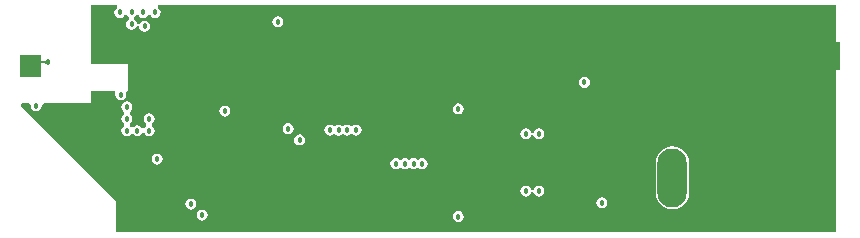
<source format=gbr>
%TF.GenerationSoftware,Altium Limited,Altium Designer,18.1.11 (251)*%
G04 Layer_Physical_Order=2*
G04 Layer_Color=16440176*
%FSLAX26Y26*%
%MOIN*%
%TF.FileFunction,Copper,L2,Inr,Signal*%
%TF.Part,Single*%
G01*
G75*
%TA.AperFunction,Conductor*%
%ADD11C,0.007874*%
%TA.AperFunction,ComponentPad*%
%ADD44O,0.177165X0.088583*%
%ADD45O,0.088583X0.177165*%
%ADD46O,0.098425X0.196850*%
%TA.AperFunction,ViaPad*%
%ADD47C,0.018000*%
G36*
X344262Y576377D02*
X343774Y576826D01*
X343238Y577228D01*
X342653Y577582D01*
X342019Y577889D01*
X341337Y578149D01*
X340606Y578362D01*
X339827Y578528D01*
X338998Y578646D01*
X338121Y578717D01*
X337196Y578740D01*
Y586614D01*
X338121Y586638D01*
X338998Y586709D01*
X339827Y586827D01*
X340606Y586992D01*
X341337Y587205D01*
X342019Y587465D01*
X342653Y587772D01*
X343238Y588126D01*
X343774Y588528D01*
X344262Y588977D01*
Y576377D01*
D02*
G37*
G36*
X326772Y531496D02*
X259842D01*
Y606299D01*
X326772D01*
Y531496D01*
D02*
G37*
G36*
X580882Y772109D02*
X581640Y770068D01*
X582213Y764108D01*
X577574Y761009D01*
X573596Y755055D01*
X572199Y748032D01*
X573596Y741008D01*
X577574Y735054D01*
X583528Y731076D01*
X590551Y729679D01*
X597574Y731076D01*
X603528Y735054D01*
X605792Y738441D01*
X606271Y738613D01*
X614201D01*
X614681Y738441D01*
X616944Y735054D01*
X620331Y732791D01*
X620503Y732312D01*
Y724381D01*
X620331Y723902D01*
X616944Y721639D01*
X612966Y715685D01*
X611569Y708661D01*
X612966Y701638D01*
X616944Y695684D01*
X622898Y691706D01*
X629921Y690309D01*
X636944Y691706D01*
X642899Y695684D01*
X646597Y701220D01*
X646877Y701638D01*
X646953Y701795D01*
X647283Y702469D01*
X655024Y702011D01*
X655365Y700296D01*
X656273Y695733D01*
X660251Y689779D01*
X666205Y685800D01*
X673228Y684403D01*
X680251Y685800D01*
X686206Y689779D01*
X690184Y695733D01*
X691581Y702756D01*
X690184Y709779D01*
X686206Y715733D01*
X680251Y719712D01*
X673228Y721109D01*
X666205Y719712D01*
X660251Y715733D01*
X656552Y710197D01*
X656273Y709779D01*
X656196Y709622D01*
X655867Y708948D01*
X648126Y709406D01*
X647785Y711121D01*
X646877Y715685D01*
X642899Y721639D01*
X639511Y723902D01*
X639340Y724381D01*
Y732312D01*
X639511Y732791D01*
X642899Y735054D01*
X645162Y738441D01*
X645641Y738613D01*
X653572D01*
X654051Y738441D01*
X656314Y735054D01*
X662268Y731076D01*
X669291Y729679D01*
X676314Y731076D01*
X682269Y735054D01*
X684532Y738441D01*
X685011Y738613D01*
X692941D01*
X693421Y738441D01*
X695684Y735054D01*
X701638Y731076D01*
X708661Y729679D01*
X715685Y731076D01*
X721639Y735054D01*
X725617Y741008D01*
X727014Y748032D01*
X725617Y755055D01*
X721639Y761009D01*
X717000Y764108D01*
X717572Y770068D01*
X718330Y772109D01*
X2976833Y772108D01*
Y649606D01*
X2992126D01*
Y555118D01*
X2976833D01*
Y15293D01*
X579270Y15294D01*
Y113189D01*
X578106Y119041D01*
X574790Y124003D01*
X261303Y437491D01*
X264364Y444882D01*
X287695D01*
X294344Y437303D01*
X295741Y430280D01*
X299720Y424326D01*
X305674Y420348D01*
X312697Y418950D01*
X319720Y420348D01*
X325674Y424326D01*
X329652Y430280D01*
X331050Y437303D01*
X337699Y444882D01*
X495394D01*
Y478953D01*
X495394Y486954D01*
X571378Y486953D01*
X573303Y484780D01*
X576503Y478953D01*
X575466Y473740D01*
X576863Y466717D01*
X580842Y460763D01*
X586796Y456784D01*
X593819Y455387D01*
X600842Y456784D01*
X606796Y460763D01*
X610774Y466717D01*
X612171Y473740D01*
X611135Y478953D01*
X614334Y484780D01*
X616260Y486953D01*
X618504D01*
Y576023D01*
X495394Y576024D01*
X495394Y584024D01*
X495394Y772109D01*
X580882D01*
D02*
G37*
%LPC*%
G36*
X1118110Y735872D02*
X1111087Y734475D01*
X1105133Y730497D01*
X1101155Y724543D01*
X1099758Y717520D01*
X1101155Y710496D01*
X1105133Y704543D01*
X1111087Y700564D01*
X1118110Y699167D01*
X1125133Y700564D01*
X1131087Y704543D01*
X1135066Y710496D01*
X1136463Y717520D01*
X1135066Y724543D01*
X1131087Y730497D01*
X1125133Y734475D01*
X1118110Y735872D01*
D02*
G37*
G36*
X2139764Y533116D02*
X2132741Y531719D01*
X2126787Y527741D01*
X2122808Y521787D01*
X2121411Y514764D01*
X2122808Y507741D01*
X2126787Y501787D01*
X2132741Y497808D01*
X2139764Y496411D01*
X2146787Y497808D01*
X2152741Y501787D01*
X2156719Y507741D01*
X2158116Y514764D01*
X2156719Y521787D01*
X2152741Y527741D01*
X2146787Y531719D01*
X2139764Y533116D01*
D02*
G37*
G36*
X1719488Y445518D02*
X1712465Y444121D01*
X1706511Y440142D01*
X1702532Y434188D01*
X1701135Y427165D01*
X1702532Y420142D01*
X1706511Y414188D01*
X1712465Y410210D01*
X1719488Y408813D01*
X1726511Y410210D01*
X1732465Y414188D01*
X1736444Y420142D01*
X1737841Y427165D01*
X1736444Y434188D01*
X1732465Y440142D01*
X1726511Y444121D01*
X1719488Y445518D01*
D02*
G37*
G36*
X940945Y437644D02*
X933922Y436247D01*
X927968Y432269D01*
X923989Y426315D01*
X922592Y419291D01*
X923989Y412268D01*
X927968Y406314D01*
X933922Y402336D01*
X940945Y400939D01*
X947968Y402336D01*
X953922Y406314D01*
X957900Y412268D01*
X959298Y419291D01*
X957900Y426315D01*
X953922Y432269D01*
X947968Y436247D01*
X940945Y437644D01*
D02*
G37*
G36*
X1378937Y374258D02*
X1371914Y372861D01*
X1365960Y368883D01*
X1362387D01*
X1356433Y372861D01*
X1349410Y374258D01*
X1342386Y372861D01*
X1336432Y368883D01*
X1332859D01*
X1326905Y372861D01*
X1319882Y374258D01*
X1312859Y372861D01*
X1306905Y368883D01*
X1303332D01*
X1297378Y372861D01*
X1290354Y374258D01*
X1283331Y372861D01*
X1277377Y368883D01*
X1273399Y362929D01*
X1272002Y355906D01*
X1273399Y348882D01*
X1277377Y342928D01*
X1283331Y338950D01*
X1290354Y337553D01*
X1297378Y338950D01*
X1303332Y342928D01*
X1306905D01*
X1312859Y338950D01*
X1319882Y337553D01*
X1326905Y338950D01*
X1332859Y342928D01*
X1336432D01*
X1342386Y338950D01*
X1349410Y337553D01*
X1356433Y338950D01*
X1362387Y342928D01*
X1365960D01*
X1371914Y338950D01*
X1378937Y337553D01*
X1385960Y338950D01*
X1391914Y342928D01*
X1395893Y348882D01*
X1397290Y355906D01*
X1395893Y362929D01*
X1391914Y368883D01*
X1385960Y372861D01*
X1378937Y374258D01*
D02*
G37*
G36*
X1987205Y361856D02*
X1980182Y360459D01*
X1974228Y356481D01*
X1970249Y350527D01*
X1969664Y347582D01*
X1969630Y347412D01*
X1961473D01*
X1961439Y347582D01*
X1960853Y350527D01*
X1956875Y356481D01*
X1950921Y360459D01*
X1943898Y361856D01*
X1936874Y360459D01*
X1930920Y356481D01*
X1926942Y350527D01*
X1925545Y343504D01*
X1926942Y336481D01*
X1930920Y330527D01*
X1936874Y326548D01*
X1943898Y325151D01*
X1950921Y326548D01*
X1956875Y330527D01*
X1960853Y336481D01*
X1961439Y339426D01*
X1961473Y339596D01*
X1969630D01*
X1969663Y339426D01*
X1970249Y336481D01*
X1974228Y330527D01*
X1980182Y326548D01*
X1987205Y325151D01*
X1994228Y326548D01*
X2000182Y330527D01*
X2004160Y336481D01*
X2005557Y343504D01*
X2004160Y350527D01*
X2000182Y356481D01*
X1994228Y360459D01*
X1987205Y361856D01*
D02*
G37*
G36*
X1152559Y379573D02*
X1145536Y378176D01*
X1139582Y374198D01*
X1135603Y368244D01*
X1134207Y361221D01*
X1135603Y354197D01*
X1139582Y348243D01*
X1145536Y344265D01*
X1152559Y342868D01*
X1159582Y344265D01*
X1165536Y348243D01*
X1169515Y354197D01*
X1170912Y361221D01*
X1169515Y368244D01*
X1165536Y374198D01*
X1159582Y378176D01*
X1152559Y379573D01*
D02*
G37*
G36*
X614173Y451423D02*
X607150Y450026D01*
X601196Y446048D01*
X597218Y440094D01*
X595821Y433071D01*
X597218Y426048D01*
X601196Y420094D01*
X604583Y417830D01*
X604755Y417351D01*
Y409421D01*
X604583Y408941D01*
X601196Y406678D01*
X597218Y400724D01*
X595821Y393701D01*
X597218Y386678D01*
X601196Y380724D01*
X604583Y378460D01*
X604755Y377981D01*
Y370051D01*
X604583Y369571D01*
X601196Y367308D01*
X597218Y361354D01*
X595821Y354331D01*
X597218Y347308D01*
X601196Y341353D01*
X607150Y337375D01*
X614173Y335978D01*
X621196Y337375D01*
X627150Y341353D01*
X636629D01*
X642583Y337375D01*
X649606Y335978D01*
X656630Y337375D01*
X662583Y341353D01*
X664847Y344741D01*
X665326Y344912D01*
X673256D01*
X673736Y344741D01*
X675999Y341353D01*
X681953Y337375D01*
X688976Y335978D01*
X696000Y337375D01*
X701954Y341353D01*
X705932Y347308D01*
X707329Y354331D01*
X705932Y361354D01*
X701954Y367308D01*
X698567Y369571D01*
X698395Y370051D01*
Y377981D01*
X698567Y378460D01*
X701954Y380724D01*
X705932Y386678D01*
X707329Y393701D01*
X705932Y400724D01*
X701954Y406678D01*
X696000Y410656D01*
X688976Y412053D01*
X681953Y410656D01*
X675999Y406678D01*
X672021Y400724D01*
X670624Y393701D01*
X672021Y386678D01*
X675999Y380724D01*
X679386Y378460D01*
X679558Y377981D01*
Y370051D01*
X679386Y369571D01*
X675999Y367308D01*
X673736Y363921D01*
X673256Y363749D01*
X665326D01*
X664847Y363921D01*
X662583Y367308D01*
X656630Y371286D01*
X649606Y372683D01*
X642583Y371286D01*
X636629Y367308D01*
X627150D01*
X623763Y369571D01*
X623592Y370051D01*
Y377981D01*
X623763Y378460D01*
X627150Y380724D01*
X631129Y386678D01*
X632526Y393701D01*
X631129Y400724D01*
X627150Y406678D01*
X623763Y408941D01*
X623592Y409421D01*
Y417351D01*
X623763Y417830D01*
X627150Y420094D01*
X631129Y426048D01*
X632526Y433071D01*
X631129Y440094D01*
X627150Y446048D01*
X621196Y450026D01*
X614173Y451423D01*
D02*
G37*
G36*
X1189961Y342171D02*
X1182937Y340774D01*
X1176983Y336796D01*
X1173005Y330842D01*
X1171608Y323819D01*
X1173005Y316796D01*
X1176983Y310842D01*
X1182937Y306863D01*
X1189961Y305466D01*
X1196984Y306863D01*
X1202938Y310842D01*
X1206916Y316796D01*
X1208313Y323819D01*
X1206916Y330842D01*
X1202938Y336796D01*
X1196984Y340774D01*
X1189961Y342171D01*
D02*
G37*
G36*
X1599409Y262841D02*
X1592386Y261444D01*
X1586432Y257465D01*
X1582859D01*
X1576905Y261444D01*
X1569882Y262841D01*
X1562859Y261444D01*
X1556905Y257465D01*
X1553331D01*
X1547377Y261444D01*
X1540354Y262841D01*
X1533331Y261444D01*
X1527377Y257465D01*
X1523804D01*
X1517850Y261444D01*
X1510827Y262841D01*
X1503803Y261444D01*
X1497849Y257465D01*
X1493871Y251511D01*
X1492474Y244488D01*
X1493871Y237465D01*
X1497849Y231511D01*
X1503803Y227533D01*
X1510827Y226136D01*
X1517850Y227533D01*
X1523804Y231511D01*
X1527377D01*
X1533331Y227533D01*
X1540354Y226136D01*
X1547377Y227533D01*
X1553331Y231511D01*
X1556905D01*
X1562859Y227533D01*
X1569882Y226136D01*
X1576905Y227533D01*
X1582859Y231511D01*
X1586432D01*
X1592386Y227533D01*
X1599409Y226136D01*
X1606433Y227533D01*
X1612387Y231511D01*
X1616365Y237465D01*
X1617762Y244488D01*
X1616365Y251511D01*
X1612387Y257465D01*
X1606433Y261444D01*
X1599409Y262841D01*
D02*
G37*
G36*
X715846Y276916D02*
X708823Y275519D01*
X702869Y271540D01*
X698891Y265586D01*
X697494Y258563D01*
X698891Y251540D01*
X702869Y245586D01*
X708823Y241607D01*
X715846Y240210D01*
X722870Y241607D01*
X728824Y245586D01*
X732802Y251540D01*
X734199Y258563D01*
X732802Y265586D01*
X728824Y271540D01*
X722870Y275519D01*
X715846Y276916D01*
D02*
G37*
G36*
X1987205Y170912D02*
X1980182Y169515D01*
X1974228Y165536D01*
X1970249Y159582D01*
X1969664Y156637D01*
X1969630Y156467D01*
X1961473D01*
X1961439Y156637D01*
X1960853Y159582D01*
X1956875Y165536D01*
X1950921Y169515D01*
X1943898Y170912D01*
X1936874Y169515D01*
X1930920Y165536D01*
X1926942Y159582D01*
X1925545Y152559D01*
X1926942Y145536D01*
X1930920Y139582D01*
X1936874Y135603D01*
X1943898Y134207D01*
X1950921Y135603D01*
X1956875Y139582D01*
X1960853Y145536D01*
X1961439Y148481D01*
X1961473Y148651D01*
X1969630D01*
X1969663Y148481D01*
X1970249Y145536D01*
X1974228Y139582D01*
X1980182Y135603D01*
X1987205Y134207D01*
X1994228Y135603D01*
X2000182Y139582D01*
X2004160Y145536D01*
X2005557Y152559D01*
X2004160Y159582D01*
X2000182Y165536D01*
X1994228Y169515D01*
X1987205Y170912D01*
D02*
G37*
G36*
X2197835Y132526D02*
X2190811Y131129D01*
X2184858Y127150D01*
X2180879Y121196D01*
X2179482Y114173D01*
X2180879Y107150D01*
X2184858Y101196D01*
X2190811Y97218D01*
X2197835Y95821D01*
X2204858Y97218D01*
X2210812Y101196D01*
X2214790Y107150D01*
X2216187Y114173D01*
X2214790Y121196D01*
X2210812Y127150D01*
X2204858Y131129D01*
X2197835Y132526D01*
D02*
G37*
G36*
X2433071Y301752D02*
X2418657Y299854D01*
X2405226Y294291D01*
X2393693Y285441D01*
X2384843Y273908D01*
X2379280Y260476D01*
X2377382Y246063D01*
Y147638D01*
X2379280Y133224D01*
X2384843Y119793D01*
X2393693Y108260D01*
X2405226Y99410D01*
X2418657Y93846D01*
X2433071Y91949D01*
X2447484Y93846D01*
X2460915Y99410D01*
X2472449Y108260D01*
X2481299Y119793D01*
X2486862Y133224D01*
X2488760Y147638D01*
Y246063D01*
X2486862Y260476D01*
X2481299Y273908D01*
X2472449Y285441D01*
X2460915Y294291D01*
X2447484Y299854D01*
X2433071Y301752D01*
D02*
G37*
G36*
X827756Y127605D02*
X820733Y126208D01*
X814779Y122229D01*
X810800Y116275D01*
X809403Y109252D01*
X810800Y102229D01*
X814779Y96275D01*
X820733Y92296D01*
X827756Y90899D01*
X834779Y92296D01*
X840733Y96275D01*
X844711Y102229D01*
X846108Y109252D01*
X844711Y116275D01*
X840733Y122229D01*
X834779Y126208D01*
X827756Y127605D01*
D02*
G37*
G36*
X866142Y90203D02*
X859119Y88806D01*
X853164Y84828D01*
X849186Y78874D01*
X847789Y71850D01*
X849186Y64827D01*
X853164Y58873D01*
X859119Y54895D01*
X866142Y53498D01*
X873165Y54895D01*
X879119Y58873D01*
X883097Y64827D01*
X884494Y71850D01*
X883097Y78874D01*
X879119Y84828D01*
X873165Y88806D01*
X866142Y90203D01*
D02*
G37*
G36*
X1719488Y86266D02*
X1712465Y84869D01*
X1706511Y80891D01*
X1702533Y74937D01*
X1701136Y67914D01*
X1702533Y60891D01*
X1706511Y54937D01*
X1712465Y50958D01*
X1719488Y49561D01*
X1726512Y50958D01*
X1732466Y54937D01*
X1736444Y60891D01*
X1737841Y67914D01*
X1736444Y74937D01*
X1732466Y80891D01*
X1726512Y84869D01*
X1719488Y86266D01*
D02*
G37*
%LPD*%
D11*
X318898Y582677D02*
X350689D01*
D44*
X2551181Y381890D02*
D03*
D45*
X2669291Y196850D02*
D03*
D46*
X2433071D02*
D03*
D47*
X1118110Y717520D02*
D03*
X2139764Y514764D02*
D03*
X1719488Y427165D02*
D03*
X2143701Y309055D02*
D03*
X2030512Y343504D02*
D03*
X1887795Y355315D02*
D03*
X1719488Y67914D02*
D03*
X1887795Y140748D02*
D03*
X1803150Y140748D02*
D03*
Y99409D02*
D03*
X1887795Y99410D02*
D03*
X2197835Y114173D02*
D03*
X2017717Y443898D02*
D03*
Y485236D02*
D03*
X2035433Y93504D02*
D03*
Y134842D02*
D03*
X1822835Y248106D02*
D03*
X1868110Y248032D02*
D03*
X1599409Y244488D02*
D03*
X1569882D02*
D03*
X1540354D02*
D03*
X1510827D02*
D03*
X1378937Y355906D02*
D03*
X1349410D02*
D03*
X1319882D02*
D03*
X1290354D02*
D03*
X1510827D02*
D03*
X1540354D02*
D03*
X1569882D02*
D03*
X1599410D02*
D03*
X1290354Y244488D02*
D03*
X1319882D02*
D03*
X1349410D02*
D03*
X1378937D02*
D03*
X1887795Y396654D02*
D03*
X1803150Y355315D02*
D03*
Y396653D02*
D03*
X2964460Y630244D02*
D03*
X2896460D02*
D03*
X2828460D02*
D03*
X2920755Y574480D02*
D03*
X2852755D02*
D03*
X2784755D02*
D03*
X841403Y597619D02*
D03*
X882537Y559014D02*
D03*
X948755Y574480D02*
D03*
X1016755D02*
D03*
X1084755D02*
D03*
X1152755D02*
D03*
X1220755D02*
D03*
X1288755D02*
D03*
X1356755D02*
D03*
X1424755D02*
D03*
X1492755D02*
D03*
X1560755D02*
D03*
X1628755D02*
D03*
X1696755D02*
D03*
X1764755D02*
D03*
X1832755D02*
D03*
X1900755D02*
D03*
X1968755D02*
D03*
X2036755D02*
D03*
X2104755D02*
D03*
X2172755D02*
D03*
X2240755D02*
D03*
X2308755D02*
D03*
X2376755D02*
D03*
X2444755D02*
D03*
X2512755D02*
D03*
X2580755D02*
D03*
X2648755D02*
D03*
X2716755D02*
D03*
X2760460Y630244D02*
D03*
X2692460D02*
D03*
X2624460D02*
D03*
X2556460D02*
D03*
X2488460D02*
D03*
X2420460D02*
D03*
X2352460D02*
D03*
X2284460D02*
D03*
X2216460D02*
D03*
X2148460D02*
D03*
X2080460D02*
D03*
X2012460D02*
D03*
X1944460D02*
D03*
X1876460D02*
D03*
X1808460D02*
D03*
X1740460D02*
D03*
X1672460D02*
D03*
X1604460D02*
D03*
X1536460D02*
D03*
X1468460D02*
D03*
X1400460D02*
D03*
X1332460D02*
D03*
X1264460D02*
D03*
X1196460D02*
D03*
X1128460D02*
D03*
X1060460D02*
D03*
X992460D02*
D03*
X924460D02*
D03*
X2850394Y309055D02*
D03*
X2919292Y171260D02*
D03*
X2850394Y33465D02*
D03*
X2712599Y309055D02*
D03*
X2781497Y171260D02*
D03*
X2712599Y33465D02*
D03*
X2643702Y446851D02*
D03*
X2574804Y309055D02*
D03*
Y33465D02*
D03*
X2505906Y446851D02*
D03*
X2437009Y33465D02*
D03*
X2299213D02*
D03*
X2023623D02*
D03*
X1885827D02*
D03*
X1748032D02*
D03*
X1679134Y446851D02*
D03*
X1610237Y309055D02*
D03*
Y33465D02*
D03*
X1472441Y309055D02*
D03*
Y33465D02*
D03*
X1334646Y309055D02*
D03*
X1403544Y171260D02*
D03*
X1334646Y33465D02*
D03*
X1265748Y171260D02*
D03*
X1196851Y33465D02*
D03*
X1127953Y446851D02*
D03*
Y171260D02*
D03*
X1059056Y33465D02*
D03*
X990158Y171260D02*
D03*
X921260Y33465D02*
D03*
X783465Y584646D02*
D03*
X645670Y309055D02*
D03*
X714567Y171260D02*
D03*
X507874Y309055D02*
D03*
X576772Y171260D02*
D03*
X1681102Y239173D02*
D03*
X2143701Y269685D02*
D03*
X784449Y393701D02*
D03*
Y354331D02*
D03*
X940945Y419291D02*
D03*
X1202756Y428150D02*
D03*
X750315Y748031D02*
D03*
X789685D02*
D03*
X677854Y203740D02*
D03*
X649606Y232284D02*
D03*
X1987205Y152559D02*
D03*
X1943898D02*
D03*
X1987205Y343504D02*
D03*
X1943898D02*
D03*
X1152559Y361221D02*
D03*
X1189961Y323819D02*
D03*
X827756Y109252D02*
D03*
X866142Y71850D02*
D03*
X937008D02*
D03*
X973425Y109252D02*
D03*
X354331Y433071D02*
D03*
X472441D02*
D03*
X433071D02*
D03*
X393701D02*
D03*
X316100Y396499D02*
D03*
X343938Y368660D02*
D03*
X371777Y340821D02*
D03*
X399616Y312982D02*
D03*
X427455Y285143D02*
D03*
X455294Y257305D02*
D03*
X483133Y229466D02*
D03*
X510972Y201627D02*
D03*
X538811Y173788D02*
D03*
X566649Y145949D02*
D03*
X1152559Y214567D02*
D03*
X1189961Y252953D02*
D03*
X980315Y462599D02*
D03*
Y505906D02*
D03*
X651575Y531489D02*
D03*
X715846Y258563D02*
D03*
X312697Y437303D02*
D03*
X629921Y708661D02*
D03*
X708661Y748032D02*
D03*
X669291D02*
D03*
X629921D02*
D03*
X590551D02*
D03*
X511811Y354331D02*
D03*
X551181Y590551D02*
D03*
Y472441D02*
D03*
X688976Y393701D02*
D03*
Y354331D02*
D03*
X614173Y433071D02*
D03*
Y393701D02*
D03*
X649606Y354331D02*
D03*
X614173D02*
D03*
X551181Y748031D02*
D03*
X511811Y590551D02*
D03*
X673228Y702756D02*
D03*
X593819Y473740D02*
D03*
X791339Y39370D02*
D03*
Y78740D02*
D03*
Y118110D02*
D03*
X751968D02*
D03*
X712598D02*
D03*
X673228D02*
D03*
X633858D02*
D03*
X511811Y472441D02*
D03*
Y393701D02*
D03*
Y433071D02*
D03*
X594488Y118110D02*
D03*
X511811Y629921D02*
D03*
Y669291D02*
D03*
X350689Y582677D02*
D03*
X789685Y669291D02*
D03*
X511811Y748031D02*
D03*
X784449Y433071D02*
D03*
X511811Y708661D02*
D03*
X789685Y629921D02*
D03*
Y708661D02*
D03*
%TF.MD5,7efe79e832b0e0052e28ff3efbba0fed*%
M02*

</source>
